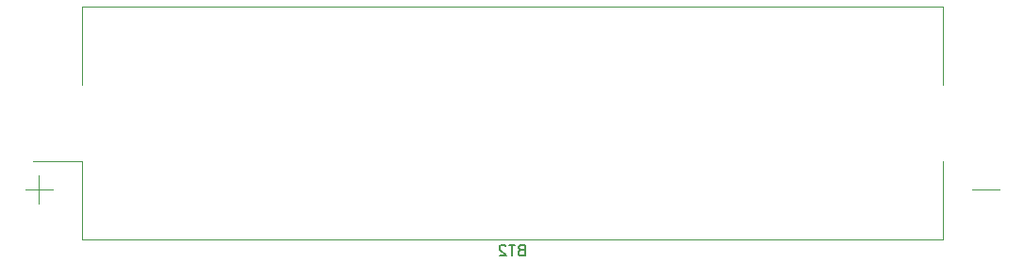
<source format=gbr>
%TF.GenerationSoftware,KiCad,Pcbnew,7.0.6*%
%TF.CreationDate,2023-08-23T22:51:32+03:00*%
%TF.ProjectId,Lorawan_prototype_v1.1,4c6f7261-7761-46e5-9f70-726f746f7479,rev?*%
%TF.SameCoordinates,Original*%
%TF.FileFunction,Legend,Bot*%
%TF.FilePolarity,Positive*%
%FSLAX46Y46*%
G04 Gerber Fmt 4.6, Leading zero omitted, Abs format (unit mm)*
G04 Created by KiCad (PCBNEW 7.0.6) date 2023-08-23 22:51:32*
%MOMM*%
%LPD*%
G01*
G04 APERTURE LIST*
%ADD10C,0.150000*%
%ADD11C,0.120000*%
G04 APERTURE END LIST*
D10*
X148995714Y-83621009D02*
X148852857Y-83668628D01*
X148852857Y-83668628D02*
X148805238Y-83716247D01*
X148805238Y-83716247D02*
X148757619Y-83811485D01*
X148757619Y-83811485D02*
X148757619Y-83954342D01*
X148757619Y-83954342D02*
X148805238Y-84049580D01*
X148805238Y-84049580D02*
X148852857Y-84097200D01*
X148852857Y-84097200D02*
X148948095Y-84144819D01*
X148948095Y-84144819D02*
X149329047Y-84144819D01*
X149329047Y-84144819D02*
X149329047Y-83144819D01*
X149329047Y-83144819D02*
X148995714Y-83144819D01*
X148995714Y-83144819D02*
X148900476Y-83192438D01*
X148900476Y-83192438D02*
X148852857Y-83240057D01*
X148852857Y-83240057D02*
X148805238Y-83335295D01*
X148805238Y-83335295D02*
X148805238Y-83430533D01*
X148805238Y-83430533D02*
X148852857Y-83525771D01*
X148852857Y-83525771D02*
X148900476Y-83573390D01*
X148900476Y-83573390D02*
X148995714Y-83621009D01*
X148995714Y-83621009D02*
X149329047Y-83621009D01*
X148471904Y-83144819D02*
X147900476Y-83144819D01*
X148186190Y-84144819D02*
X148186190Y-83144819D01*
X147614761Y-83240057D02*
X147567142Y-83192438D01*
X147567142Y-83192438D02*
X147471904Y-83144819D01*
X147471904Y-83144819D02*
X147233809Y-83144819D01*
X147233809Y-83144819D02*
X147138571Y-83192438D01*
X147138571Y-83192438D02*
X147090952Y-83240057D01*
X147090952Y-83240057D02*
X147043333Y-83335295D01*
X147043333Y-83335295D02*
X147043333Y-83430533D01*
X147043333Y-83430533D02*
X147090952Y-83573390D01*
X147090952Y-83573390D02*
X147662380Y-84144819D01*
X147662380Y-84144819D02*
X147043333Y-84144819D01*
D11*
%TO.C,BT2*%
X104460000Y-78190000D02*
X106960000Y-78190000D01*
X105710000Y-76940000D02*
X105710000Y-79440000D01*
X109570000Y-61750000D02*
X109570000Y-68750000D01*
X109570000Y-75630000D02*
X105210000Y-75630000D01*
X109570000Y-82630000D02*
X109570000Y-75630000D01*
X186850000Y-61750000D02*
X109570000Y-61750000D01*
X186850000Y-68750000D02*
X186850000Y-61750000D01*
X186850000Y-75630000D02*
X186850000Y-82610000D01*
X186850000Y-82630000D02*
X109570000Y-82630000D01*
X191960000Y-78190000D02*
X189460000Y-78190000D01*
%TD*%
M02*

</source>
